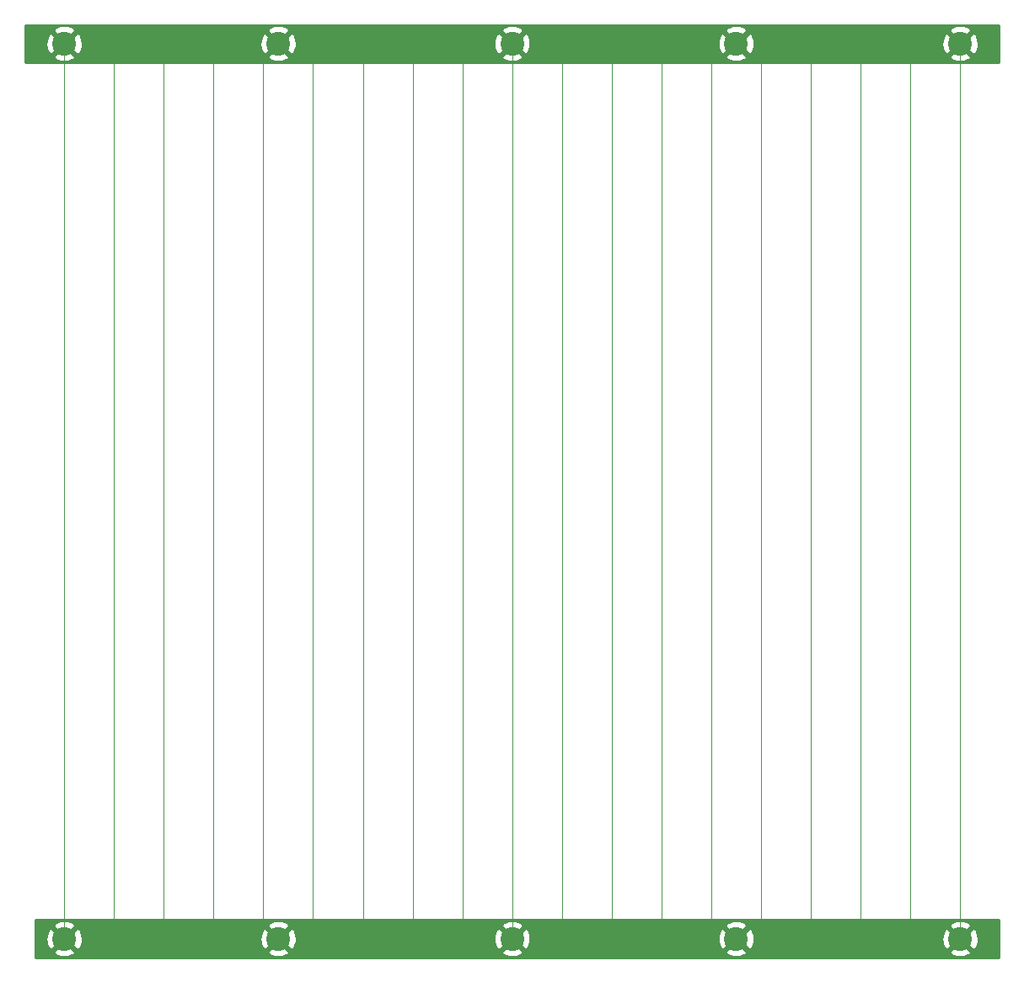
<source format=gbr>
G04 #@! TF.GenerationSoftware,KiCad,Pcbnew,5.1.5-1.fc30*
G04 #@! TF.CreationDate,2021-07-11T13:39:17+02:00*
G04 #@! TF.ProjectId,pcb-haloscope,7063622d-6861-46c6-9f73-636f70652e6b,rev?*
G04 #@! TF.SameCoordinates,Original*
G04 #@! TF.FileFunction,Copper,L1,Top*
G04 #@! TF.FilePolarity,Positive*
%FSLAX46Y46*%
G04 Gerber Fmt 4.6, Leading zero omitted, Abs format (unit mm)*
G04 Created by KiCad (PCBNEW 5.1.5-1.fc30) date 2021-07-11 13:39:17*
%MOMM*%
%LPD*%
G04 APERTURE LIST*
%ADD10C,2.400000*%
%ADD11C,0.100000*%
%ADD12C,0.254000*%
G04 APERTURE END LIST*
D10*
X55000000Y-50000000D03*
X76500000Y-50000000D03*
X100000000Y-50000000D03*
X122500000Y-50000000D03*
X145000000Y-50000000D03*
X55000000Y-140000000D03*
X76500000Y-140000000D03*
X100000000Y-140000000D03*
X122500000Y-140000000D03*
X145000000Y-140000000D03*
D11*
X60000000Y-140000000D02*
X60000000Y-50000000D01*
X65000000Y-50000000D02*
X65000000Y-140000000D01*
X70000000Y-140000000D02*
X70000000Y-50000000D01*
X80000000Y-140000000D02*
X80000000Y-51000000D01*
X85000000Y-50500000D02*
X85000000Y-140000000D01*
X90000000Y-139500000D02*
X90000000Y-50000000D01*
X95000000Y-50000000D02*
X95000000Y-140000000D01*
X105000000Y-50500000D02*
X105000000Y-139500000D01*
X110000000Y-140000000D02*
X110000000Y-50500000D01*
X115000000Y-50000000D02*
X115000000Y-139500000D01*
X120000000Y-140000000D02*
X120000000Y-50500000D01*
X125000000Y-50500000D02*
X125000000Y-140000000D01*
X130000000Y-140000000D02*
X130000000Y-50000000D01*
X135000000Y-50000000D02*
X135000000Y-140500000D01*
X140000000Y-140000000D02*
X140000000Y-50500000D01*
X55000000Y-50000000D02*
X55000000Y-140000000D01*
X76500000Y-50000000D02*
X75300001Y-51199999D01*
X75300001Y-51199999D02*
X75000000Y-51500000D01*
X75000000Y-51500000D02*
X75000000Y-53000000D01*
X75000000Y-53000000D02*
X75000000Y-63000000D01*
X75000000Y-63000000D02*
X75000000Y-108500000D01*
X75000000Y-108500000D02*
X75000000Y-135500000D01*
X75000000Y-135500000D02*
X75000000Y-138500000D01*
X100000000Y-140000000D02*
X100000000Y-50000000D01*
X145000000Y-135424278D02*
X145000000Y-140000000D01*
X145000000Y-50000000D02*
X145000000Y-135424278D01*
D12*
G36*
X148873000Y-51873000D02*
G01*
X51127000Y-51873000D01*
X51127000Y-51277980D01*
X53901626Y-51277980D01*
X54021514Y-51562836D01*
X54345210Y-51723699D01*
X54694069Y-51818322D01*
X55054684Y-51843067D01*
X55413198Y-51796985D01*
X55755833Y-51681846D01*
X55978486Y-51562836D01*
X56098374Y-51277980D01*
X75401626Y-51277980D01*
X75521514Y-51562836D01*
X75845210Y-51723699D01*
X76194069Y-51818322D01*
X76554684Y-51843067D01*
X76913198Y-51796985D01*
X77255833Y-51681846D01*
X77478486Y-51562836D01*
X77598374Y-51277980D01*
X98901626Y-51277980D01*
X99021514Y-51562836D01*
X99345210Y-51723699D01*
X99694069Y-51818322D01*
X100054684Y-51843067D01*
X100413198Y-51796985D01*
X100755833Y-51681846D01*
X100978486Y-51562836D01*
X101098374Y-51277980D01*
X121401626Y-51277980D01*
X121521514Y-51562836D01*
X121845210Y-51723699D01*
X122194069Y-51818322D01*
X122554684Y-51843067D01*
X122913198Y-51796985D01*
X123255833Y-51681846D01*
X123478486Y-51562836D01*
X123598374Y-51277980D01*
X143901626Y-51277980D01*
X144021514Y-51562836D01*
X144345210Y-51723699D01*
X144694069Y-51818322D01*
X145054684Y-51843067D01*
X145413198Y-51796985D01*
X145755833Y-51681846D01*
X145978486Y-51562836D01*
X146098374Y-51277980D01*
X145000000Y-50179605D01*
X143901626Y-51277980D01*
X123598374Y-51277980D01*
X122500000Y-50179605D01*
X121401626Y-51277980D01*
X101098374Y-51277980D01*
X100000000Y-50179605D01*
X98901626Y-51277980D01*
X77598374Y-51277980D01*
X76500000Y-50179605D01*
X75401626Y-51277980D01*
X56098374Y-51277980D01*
X55000000Y-50179605D01*
X53901626Y-51277980D01*
X51127000Y-51277980D01*
X51127000Y-50054684D01*
X53156933Y-50054684D01*
X53203015Y-50413198D01*
X53318154Y-50755833D01*
X53437164Y-50978486D01*
X53722020Y-51098374D01*
X54820395Y-50000000D01*
X55179605Y-50000000D01*
X56277980Y-51098374D01*
X56562836Y-50978486D01*
X56723699Y-50654790D01*
X56818322Y-50305931D01*
X56835562Y-50054684D01*
X74656933Y-50054684D01*
X74703015Y-50413198D01*
X74818154Y-50755833D01*
X74937164Y-50978486D01*
X75222020Y-51098374D01*
X76320395Y-50000000D01*
X76679605Y-50000000D01*
X77777980Y-51098374D01*
X78062836Y-50978486D01*
X78223699Y-50654790D01*
X78318322Y-50305931D01*
X78335562Y-50054684D01*
X98156933Y-50054684D01*
X98203015Y-50413198D01*
X98318154Y-50755833D01*
X98437164Y-50978486D01*
X98722020Y-51098374D01*
X99820395Y-50000000D01*
X100179605Y-50000000D01*
X101277980Y-51098374D01*
X101562836Y-50978486D01*
X101723699Y-50654790D01*
X101818322Y-50305931D01*
X101835562Y-50054684D01*
X120656933Y-50054684D01*
X120703015Y-50413198D01*
X120818154Y-50755833D01*
X120937164Y-50978486D01*
X121222020Y-51098374D01*
X122320395Y-50000000D01*
X122679605Y-50000000D01*
X123777980Y-51098374D01*
X124062836Y-50978486D01*
X124223699Y-50654790D01*
X124318322Y-50305931D01*
X124335562Y-50054684D01*
X143156933Y-50054684D01*
X143203015Y-50413198D01*
X143318154Y-50755833D01*
X143437164Y-50978486D01*
X143722020Y-51098374D01*
X144820395Y-50000000D01*
X145179605Y-50000000D01*
X146277980Y-51098374D01*
X146562836Y-50978486D01*
X146723699Y-50654790D01*
X146818322Y-50305931D01*
X146843067Y-49945316D01*
X146796985Y-49586802D01*
X146681846Y-49244167D01*
X146562836Y-49021514D01*
X146277980Y-48901626D01*
X145179605Y-50000000D01*
X144820395Y-50000000D01*
X143722020Y-48901626D01*
X143437164Y-49021514D01*
X143276301Y-49345210D01*
X143181678Y-49694069D01*
X143156933Y-50054684D01*
X124335562Y-50054684D01*
X124343067Y-49945316D01*
X124296985Y-49586802D01*
X124181846Y-49244167D01*
X124062836Y-49021514D01*
X123777980Y-48901626D01*
X122679605Y-50000000D01*
X122320395Y-50000000D01*
X121222020Y-48901626D01*
X120937164Y-49021514D01*
X120776301Y-49345210D01*
X120681678Y-49694069D01*
X120656933Y-50054684D01*
X101835562Y-50054684D01*
X101843067Y-49945316D01*
X101796985Y-49586802D01*
X101681846Y-49244167D01*
X101562836Y-49021514D01*
X101277980Y-48901626D01*
X100179605Y-50000000D01*
X99820395Y-50000000D01*
X98722020Y-48901626D01*
X98437164Y-49021514D01*
X98276301Y-49345210D01*
X98181678Y-49694069D01*
X98156933Y-50054684D01*
X78335562Y-50054684D01*
X78343067Y-49945316D01*
X78296985Y-49586802D01*
X78181846Y-49244167D01*
X78062836Y-49021514D01*
X77777980Y-48901626D01*
X76679605Y-50000000D01*
X76320395Y-50000000D01*
X75222020Y-48901626D01*
X74937164Y-49021514D01*
X74776301Y-49345210D01*
X74681678Y-49694069D01*
X74656933Y-50054684D01*
X56835562Y-50054684D01*
X56843067Y-49945316D01*
X56796985Y-49586802D01*
X56681846Y-49244167D01*
X56562836Y-49021514D01*
X56277980Y-48901626D01*
X55179605Y-50000000D01*
X54820395Y-50000000D01*
X53722020Y-48901626D01*
X53437164Y-49021514D01*
X53276301Y-49345210D01*
X53181678Y-49694069D01*
X53156933Y-50054684D01*
X51127000Y-50054684D01*
X51127000Y-48722020D01*
X53901626Y-48722020D01*
X55000000Y-49820395D01*
X56098374Y-48722020D01*
X75401626Y-48722020D01*
X76500000Y-49820395D01*
X77598374Y-48722020D01*
X98901626Y-48722020D01*
X100000000Y-49820395D01*
X101098374Y-48722020D01*
X121401626Y-48722020D01*
X122500000Y-49820395D01*
X123598374Y-48722020D01*
X143901626Y-48722020D01*
X145000000Y-49820395D01*
X146098374Y-48722020D01*
X145978486Y-48437164D01*
X145654790Y-48276301D01*
X145305931Y-48181678D01*
X144945316Y-48156933D01*
X144586802Y-48203015D01*
X144244167Y-48318154D01*
X144021514Y-48437164D01*
X143901626Y-48722020D01*
X123598374Y-48722020D01*
X123478486Y-48437164D01*
X123154790Y-48276301D01*
X122805931Y-48181678D01*
X122445316Y-48156933D01*
X122086802Y-48203015D01*
X121744167Y-48318154D01*
X121521514Y-48437164D01*
X121401626Y-48722020D01*
X101098374Y-48722020D01*
X100978486Y-48437164D01*
X100654790Y-48276301D01*
X100305931Y-48181678D01*
X99945316Y-48156933D01*
X99586802Y-48203015D01*
X99244167Y-48318154D01*
X99021514Y-48437164D01*
X98901626Y-48722020D01*
X77598374Y-48722020D01*
X77478486Y-48437164D01*
X77154790Y-48276301D01*
X76805931Y-48181678D01*
X76445316Y-48156933D01*
X76086802Y-48203015D01*
X75744167Y-48318154D01*
X75521514Y-48437164D01*
X75401626Y-48722020D01*
X56098374Y-48722020D01*
X55978486Y-48437164D01*
X55654790Y-48276301D01*
X55305931Y-48181678D01*
X54945316Y-48156933D01*
X54586802Y-48203015D01*
X54244167Y-48318154D01*
X54021514Y-48437164D01*
X53901626Y-48722020D01*
X51127000Y-48722020D01*
X51127000Y-48127000D01*
X148873000Y-48127000D01*
X148873000Y-51873000D01*
G37*
X148873000Y-51873000D02*
X51127000Y-51873000D01*
X51127000Y-51277980D01*
X53901626Y-51277980D01*
X54021514Y-51562836D01*
X54345210Y-51723699D01*
X54694069Y-51818322D01*
X55054684Y-51843067D01*
X55413198Y-51796985D01*
X55755833Y-51681846D01*
X55978486Y-51562836D01*
X56098374Y-51277980D01*
X75401626Y-51277980D01*
X75521514Y-51562836D01*
X75845210Y-51723699D01*
X76194069Y-51818322D01*
X76554684Y-51843067D01*
X76913198Y-51796985D01*
X77255833Y-51681846D01*
X77478486Y-51562836D01*
X77598374Y-51277980D01*
X98901626Y-51277980D01*
X99021514Y-51562836D01*
X99345210Y-51723699D01*
X99694069Y-51818322D01*
X100054684Y-51843067D01*
X100413198Y-51796985D01*
X100755833Y-51681846D01*
X100978486Y-51562836D01*
X101098374Y-51277980D01*
X121401626Y-51277980D01*
X121521514Y-51562836D01*
X121845210Y-51723699D01*
X122194069Y-51818322D01*
X122554684Y-51843067D01*
X122913198Y-51796985D01*
X123255833Y-51681846D01*
X123478486Y-51562836D01*
X123598374Y-51277980D01*
X143901626Y-51277980D01*
X144021514Y-51562836D01*
X144345210Y-51723699D01*
X144694069Y-51818322D01*
X145054684Y-51843067D01*
X145413198Y-51796985D01*
X145755833Y-51681846D01*
X145978486Y-51562836D01*
X146098374Y-51277980D01*
X145000000Y-50179605D01*
X143901626Y-51277980D01*
X123598374Y-51277980D01*
X122500000Y-50179605D01*
X121401626Y-51277980D01*
X101098374Y-51277980D01*
X100000000Y-50179605D01*
X98901626Y-51277980D01*
X77598374Y-51277980D01*
X76500000Y-50179605D01*
X75401626Y-51277980D01*
X56098374Y-51277980D01*
X55000000Y-50179605D01*
X53901626Y-51277980D01*
X51127000Y-51277980D01*
X51127000Y-50054684D01*
X53156933Y-50054684D01*
X53203015Y-50413198D01*
X53318154Y-50755833D01*
X53437164Y-50978486D01*
X53722020Y-51098374D01*
X54820395Y-50000000D01*
X55179605Y-50000000D01*
X56277980Y-51098374D01*
X56562836Y-50978486D01*
X56723699Y-50654790D01*
X56818322Y-50305931D01*
X56835562Y-50054684D01*
X74656933Y-50054684D01*
X74703015Y-50413198D01*
X74818154Y-50755833D01*
X74937164Y-50978486D01*
X75222020Y-51098374D01*
X76320395Y-50000000D01*
X76679605Y-50000000D01*
X77777980Y-51098374D01*
X78062836Y-50978486D01*
X78223699Y-50654790D01*
X78318322Y-50305931D01*
X78335562Y-50054684D01*
X98156933Y-50054684D01*
X98203015Y-50413198D01*
X98318154Y-50755833D01*
X98437164Y-50978486D01*
X98722020Y-51098374D01*
X99820395Y-50000000D01*
X100179605Y-50000000D01*
X101277980Y-51098374D01*
X101562836Y-50978486D01*
X101723699Y-50654790D01*
X101818322Y-50305931D01*
X101835562Y-50054684D01*
X120656933Y-50054684D01*
X120703015Y-50413198D01*
X120818154Y-50755833D01*
X120937164Y-50978486D01*
X121222020Y-51098374D01*
X122320395Y-50000000D01*
X122679605Y-50000000D01*
X123777980Y-51098374D01*
X124062836Y-50978486D01*
X124223699Y-50654790D01*
X124318322Y-50305931D01*
X124335562Y-50054684D01*
X143156933Y-50054684D01*
X143203015Y-50413198D01*
X143318154Y-50755833D01*
X143437164Y-50978486D01*
X143722020Y-51098374D01*
X144820395Y-50000000D01*
X145179605Y-50000000D01*
X146277980Y-51098374D01*
X146562836Y-50978486D01*
X146723699Y-50654790D01*
X146818322Y-50305931D01*
X146843067Y-49945316D01*
X146796985Y-49586802D01*
X146681846Y-49244167D01*
X146562836Y-49021514D01*
X146277980Y-48901626D01*
X145179605Y-50000000D01*
X144820395Y-50000000D01*
X143722020Y-48901626D01*
X143437164Y-49021514D01*
X143276301Y-49345210D01*
X143181678Y-49694069D01*
X143156933Y-50054684D01*
X124335562Y-50054684D01*
X124343067Y-49945316D01*
X124296985Y-49586802D01*
X124181846Y-49244167D01*
X124062836Y-49021514D01*
X123777980Y-48901626D01*
X122679605Y-50000000D01*
X122320395Y-50000000D01*
X121222020Y-48901626D01*
X120937164Y-49021514D01*
X120776301Y-49345210D01*
X120681678Y-49694069D01*
X120656933Y-50054684D01*
X101835562Y-50054684D01*
X101843067Y-49945316D01*
X101796985Y-49586802D01*
X101681846Y-49244167D01*
X101562836Y-49021514D01*
X101277980Y-48901626D01*
X100179605Y-50000000D01*
X99820395Y-50000000D01*
X98722020Y-48901626D01*
X98437164Y-49021514D01*
X98276301Y-49345210D01*
X98181678Y-49694069D01*
X98156933Y-50054684D01*
X78335562Y-50054684D01*
X78343067Y-49945316D01*
X78296985Y-49586802D01*
X78181846Y-49244167D01*
X78062836Y-49021514D01*
X77777980Y-48901626D01*
X76679605Y-50000000D01*
X76320395Y-50000000D01*
X75222020Y-48901626D01*
X74937164Y-49021514D01*
X74776301Y-49345210D01*
X74681678Y-49694069D01*
X74656933Y-50054684D01*
X56835562Y-50054684D01*
X56843067Y-49945316D01*
X56796985Y-49586802D01*
X56681846Y-49244167D01*
X56562836Y-49021514D01*
X56277980Y-48901626D01*
X55179605Y-50000000D01*
X54820395Y-50000000D01*
X53722020Y-48901626D01*
X53437164Y-49021514D01*
X53276301Y-49345210D01*
X53181678Y-49694069D01*
X53156933Y-50054684D01*
X51127000Y-50054684D01*
X51127000Y-48722020D01*
X53901626Y-48722020D01*
X55000000Y-49820395D01*
X56098374Y-48722020D01*
X75401626Y-48722020D01*
X76500000Y-49820395D01*
X77598374Y-48722020D01*
X98901626Y-48722020D01*
X100000000Y-49820395D01*
X101098374Y-48722020D01*
X121401626Y-48722020D01*
X122500000Y-49820395D01*
X123598374Y-48722020D01*
X143901626Y-48722020D01*
X145000000Y-49820395D01*
X146098374Y-48722020D01*
X145978486Y-48437164D01*
X145654790Y-48276301D01*
X145305931Y-48181678D01*
X144945316Y-48156933D01*
X144586802Y-48203015D01*
X144244167Y-48318154D01*
X144021514Y-48437164D01*
X143901626Y-48722020D01*
X123598374Y-48722020D01*
X123478486Y-48437164D01*
X123154790Y-48276301D01*
X122805931Y-48181678D01*
X122445316Y-48156933D01*
X122086802Y-48203015D01*
X121744167Y-48318154D01*
X121521514Y-48437164D01*
X121401626Y-48722020D01*
X101098374Y-48722020D01*
X100978486Y-48437164D01*
X100654790Y-48276301D01*
X100305931Y-48181678D01*
X99945316Y-48156933D01*
X99586802Y-48203015D01*
X99244167Y-48318154D01*
X99021514Y-48437164D01*
X98901626Y-48722020D01*
X77598374Y-48722020D01*
X77478486Y-48437164D01*
X77154790Y-48276301D01*
X76805931Y-48181678D01*
X76445316Y-48156933D01*
X76086802Y-48203015D01*
X75744167Y-48318154D01*
X75521514Y-48437164D01*
X75401626Y-48722020D01*
X56098374Y-48722020D01*
X55978486Y-48437164D01*
X55654790Y-48276301D01*
X55305931Y-48181678D01*
X54945316Y-48156933D01*
X54586802Y-48203015D01*
X54244167Y-48318154D01*
X54021514Y-48437164D01*
X53901626Y-48722020D01*
X51127000Y-48722020D01*
X51127000Y-48127000D01*
X148873000Y-48127000D01*
X148873000Y-51873000D01*
G36*
X148873000Y-141873000D02*
G01*
X52127000Y-141873000D01*
X52127000Y-141277980D01*
X53901626Y-141277980D01*
X54021514Y-141562836D01*
X54345210Y-141723699D01*
X54694069Y-141818322D01*
X55054684Y-141843067D01*
X55413198Y-141796985D01*
X55755833Y-141681846D01*
X55978486Y-141562836D01*
X56098374Y-141277980D01*
X75401626Y-141277980D01*
X75521514Y-141562836D01*
X75845210Y-141723699D01*
X76194069Y-141818322D01*
X76554684Y-141843067D01*
X76913198Y-141796985D01*
X77255833Y-141681846D01*
X77478486Y-141562836D01*
X77598374Y-141277980D01*
X98901626Y-141277980D01*
X99021514Y-141562836D01*
X99345210Y-141723699D01*
X99694069Y-141818322D01*
X100054684Y-141843067D01*
X100413198Y-141796985D01*
X100755833Y-141681846D01*
X100978486Y-141562836D01*
X101098374Y-141277980D01*
X121401626Y-141277980D01*
X121521514Y-141562836D01*
X121845210Y-141723699D01*
X122194069Y-141818322D01*
X122554684Y-141843067D01*
X122913198Y-141796985D01*
X123255833Y-141681846D01*
X123478486Y-141562836D01*
X123598374Y-141277980D01*
X143901626Y-141277980D01*
X144021514Y-141562836D01*
X144345210Y-141723699D01*
X144694069Y-141818322D01*
X145054684Y-141843067D01*
X145413198Y-141796985D01*
X145755833Y-141681846D01*
X145978486Y-141562836D01*
X146098374Y-141277980D01*
X145000000Y-140179605D01*
X143901626Y-141277980D01*
X123598374Y-141277980D01*
X122500000Y-140179605D01*
X121401626Y-141277980D01*
X101098374Y-141277980D01*
X100000000Y-140179605D01*
X98901626Y-141277980D01*
X77598374Y-141277980D01*
X76500000Y-140179605D01*
X75401626Y-141277980D01*
X56098374Y-141277980D01*
X55000000Y-140179605D01*
X53901626Y-141277980D01*
X52127000Y-141277980D01*
X52127000Y-140054684D01*
X53156933Y-140054684D01*
X53203015Y-140413198D01*
X53318154Y-140755833D01*
X53437164Y-140978486D01*
X53722020Y-141098374D01*
X54820395Y-140000000D01*
X55179605Y-140000000D01*
X56277980Y-141098374D01*
X56562836Y-140978486D01*
X56723699Y-140654790D01*
X56818322Y-140305931D01*
X56835562Y-140054684D01*
X74656933Y-140054684D01*
X74703015Y-140413198D01*
X74818154Y-140755833D01*
X74937164Y-140978486D01*
X75222020Y-141098374D01*
X76320395Y-140000000D01*
X76679605Y-140000000D01*
X77777980Y-141098374D01*
X78062836Y-140978486D01*
X78223699Y-140654790D01*
X78318322Y-140305931D01*
X78335562Y-140054684D01*
X98156933Y-140054684D01*
X98203015Y-140413198D01*
X98318154Y-140755833D01*
X98437164Y-140978486D01*
X98722020Y-141098374D01*
X99820395Y-140000000D01*
X100179605Y-140000000D01*
X101277980Y-141098374D01*
X101562836Y-140978486D01*
X101723699Y-140654790D01*
X101818322Y-140305931D01*
X101835562Y-140054684D01*
X120656933Y-140054684D01*
X120703015Y-140413198D01*
X120818154Y-140755833D01*
X120937164Y-140978486D01*
X121222020Y-141098374D01*
X122320395Y-140000000D01*
X122679605Y-140000000D01*
X123777980Y-141098374D01*
X124062836Y-140978486D01*
X124223699Y-140654790D01*
X124318322Y-140305931D01*
X124335562Y-140054684D01*
X143156933Y-140054684D01*
X143203015Y-140413198D01*
X143318154Y-140755833D01*
X143437164Y-140978486D01*
X143722020Y-141098374D01*
X144820395Y-140000000D01*
X145179605Y-140000000D01*
X146277980Y-141098374D01*
X146562836Y-140978486D01*
X146723699Y-140654790D01*
X146818322Y-140305931D01*
X146843067Y-139945316D01*
X146796985Y-139586802D01*
X146681846Y-139244167D01*
X146562836Y-139021514D01*
X146277980Y-138901626D01*
X145179605Y-140000000D01*
X144820395Y-140000000D01*
X143722020Y-138901626D01*
X143437164Y-139021514D01*
X143276301Y-139345210D01*
X143181678Y-139694069D01*
X143156933Y-140054684D01*
X124335562Y-140054684D01*
X124343067Y-139945316D01*
X124296985Y-139586802D01*
X124181846Y-139244167D01*
X124062836Y-139021514D01*
X123777980Y-138901626D01*
X122679605Y-140000000D01*
X122320395Y-140000000D01*
X121222020Y-138901626D01*
X120937164Y-139021514D01*
X120776301Y-139345210D01*
X120681678Y-139694069D01*
X120656933Y-140054684D01*
X101835562Y-140054684D01*
X101843067Y-139945316D01*
X101796985Y-139586802D01*
X101681846Y-139244167D01*
X101562836Y-139021514D01*
X101277980Y-138901626D01*
X100179605Y-140000000D01*
X99820395Y-140000000D01*
X98722020Y-138901626D01*
X98437164Y-139021514D01*
X98276301Y-139345210D01*
X98181678Y-139694069D01*
X98156933Y-140054684D01*
X78335562Y-140054684D01*
X78343067Y-139945316D01*
X78296985Y-139586802D01*
X78181846Y-139244167D01*
X78062836Y-139021514D01*
X77777980Y-138901626D01*
X76679605Y-140000000D01*
X76320395Y-140000000D01*
X75222020Y-138901626D01*
X74937164Y-139021514D01*
X74776301Y-139345210D01*
X74681678Y-139694069D01*
X74656933Y-140054684D01*
X56835562Y-140054684D01*
X56843067Y-139945316D01*
X56796985Y-139586802D01*
X56681846Y-139244167D01*
X56562836Y-139021514D01*
X56277980Y-138901626D01*
X55179605Y-140000000D01*
X54820395Y-140000000D01*
X53722020Y-138901626D01*
X53437164Y-139021514D01*
X53276301Y-139345210D01*
X53181678Y-139694069D01*
X53156933Y-140054684D01*
X52127000Y-140054684D01*
X52127000Y-138722020D01*
X53901626Y-138722020D01*
X55000000Y-139820395D01*
X56098374Y-138722020D01*
X75401626Y-138722020D01*
X76500000Y-139820395D01*
X77598374Y-138722020D01*
X98901626Y-138722020D01*
X100000000Y-139820395D01*
X101098374Y-138722020D01*
X121401626Y-138722020D01*
X122500000Y-139820395D01*
X123598374Y-138722020D01*
X143901626Y-138722020D01*
X145000000Y-139820395D01*
X146098374Y-138722020D01*
X145978486Y-138437164D01*
X145654790Y-138276301D01*
X145305931Y-138181678D01*
X144945316Y-138156933D01*
X144586802Y-138203015D01*
X144244167Y-138318154D01*
X144021514Y-138437164D01*
X143901626Y-138722020D01*
X123598374Y-138722020D01*
X123478486Y-138437164D01*
X123154790Y-138276301D01*
X122805931Y-138181678D01*
X122445316Y-138156933D01*
X122086802Y-138203015D01*
X121744167Y-138318154D01*
X121521514Y-138437164D01*
X121401626Y-138722020D01*
X101098374Y-138722020D01*
X100978486Y-138437164D01*
X100654790Y-138276301D01*
X100305931Y-138181678D01*
X99945316Y-138156933D01*
X99586802Y-138203015D01*
X99244167Y-138318154D01*
X99021514Y-138437164D01*
X98901626Y-138722020D01*
X77598374Y-138722020D01*
X77478486Y-138437164D01*
X77154790Y-138276301D01*
X76805931Y-138181678D01*
X76445316Y-138156933D01*
X76086802Y-138203015D01*
X75744167Y-138318154D01*
X75521514Y-138437164D01*
X75401626Y-138722020D01*
X56098374Y-138722020D01*
X55978486Y-138437164D01*
X55654790Y-138276301D01*
X55305931Y-138181678D01*
X54945316Y-138156933D01*
X54586802Y-138203015D01*
X54244167Y-138318154D01*
X54021514Y-138437164D01*
X53901626Y-138722020D01*
X52127000Y-138722020D01*
X52127000Y-138127000D01*
X148873000Y-138127000D01*
X148873000Y-141873000D01*
G37*
X148873000Y-141873000D02*
X52127000Y-141873000D01*
X52127000Y-141277980D01*
X53901626Y-141277980D01*
X54021514Y-141562836D01*
X54345210Y-141723699D01*
X54694069Y-141818322D01*
X55054684Y-141843067D01*
X55413198Y-141796985D01*
X55755833Y-141681846D01*
X55978486Y-141562836D01*
X56098374Y-141277980D01*
X75401626Y-141277980D01*
X75521514Y-141562836D01*
X75845210Y-141723699D01*
X76194069Y-141818322D01*
X76554684Y-141843067D01*
X76913198Y-141796985D01*
X77255833Y-141681846D01*
X77478486Y-141562836D01*
X77598374Y-141277980D01*
X98901626Y-141277980D01*
X99021514Y-141562836D01*
X99345210Y-141723699D01*
X99694069Y-141818322D01*
X100054684Y-141843067D01*
X100413198Y-141796985D01*
X100755833Y-141681846D01*
X100978486Y-141562836D01*
X101098374Y-141277980D01*
X121401626Y-141277980D01*
X121521514Y-141562836D01*
X121845210Y-141723699D01*
X122194069Y-141818322D01*
X122554684Y-141843067D01*
X122913198Y-141796985D01*
X123255833Y-141681846D01*
X123478486Y-141562836D01*
X123598374Y-141277980D01*
X143901626Y-141277980D01*
X144021514Y-141562836D01*
X144345210Y-141723699D01*
X144694069Y-141818322D01*
X145054684Y-141843067D01*
X145413198Y-141796985D01*
X145755833Y-141681846D01*
X145978486Y-141562836D01*
X146098374Y-141277980D01*
X145000000Y-140179605D01*
X143901626Y-141277980D01*
X123598374Y-141277980D01*
X122500000Y-140179605D01*
X121401626Y-141277980D01*
X101098374Y-141277980D01*
X100000000Y-140179605D01*
X98901626Y-141277980D01*
X77598374Y-141277980D01*
X76500000Y-140179605D01*
X75401626Y-141277980D01*
X56098374Y-141277980D01*
X55000000Y-140179605D01*
X53901626Y-141277980D01*
X52127000Y-141277980D01*
X52127000Y-140054684D01*
X53156933Y-140054684D01*
X53203015Y-140413198D01*
X53318154Y-140755833D01*
X53437164Y-140978486D01*
X53722020Y-141098374D01*
X54820395Y-140000000D01*
X55179605Y-140000000D01*
X56277980Y-141098374D01*
X56562836Y-140978486D01*
X56723699Y-140654790D01*
X56818322Y-140305931D01*
X56835562Y-140054684D01*
X74656933Y-140054684D01*
X74703015Y-140413198D01*
X74818154Y-140755833D01*
X74937164Y-140978486D01*
X75222020Y-141098374D01*
X76320395Y-140000000D01*
X76679605Y-140000000D01*
X77777980Y-141098374D01*
X78062836Y-140978486D01*
X78223699Y-140654790D01*
X78318322Y-140305931D01*
X78335562Y-140054684D01*
X98156933Y-140054684D01*
X98203015Y-140413198D01*
X98318154Y-140755833D01*
X98437164Y-140978486D01*
X98722020Y-141098374D01*
X99820395Y-140000000D01*
X100179605Y-140000000D01*
X101277980Y-141098374D01*
X101562836Y-140978486D01*
X101723699Y-140654790D01*
X101818322Y-140305931D01*
X101835562Y-140054684D01*
X120656933Y-140054684D01*
X120703015Y-140413198D01*
X120818154Y-140755833D01*
X120937164Y-140978486D01*
X121222020Y-141098374D01*
X122320395Y-140000000D01*
X122679605Y-140000000D01*
X123777980Y-141098374D01*
X124062836Y-140978486D01*
X124223699Y-140654790D01*
X124318322Y-140305931D01*
X124335562Y-140054684D01*
X143156933Y-140054684D01*
X143203015Y-140413198D01*
X143318154Y-140755833D01*
X143437164Y-140978486D01*
X143722020Y-141098374D01*
X144820395Y-140000000D01*
X145179605Y-140000000D01*
X146277980Y-141098374D01*
X146562836Y-140978486D01*
X146723699Y-140654790D01*
X146818322Y-140305931D01*
X146843067Y-139945316D01*
X146796985Y-139586802D01*
X146681846Y-139244167D01*
X146562836Y-139021514D01*
X146277980Y-138901626D01*
X145179605Y-140000000D01*
X144820395Y-140000000D01*
X143722020Y-138901626D01*
X143437164Y-139021514D01*
X143276301Y-139345210D01*
X143181678Y-139694069D01*
X143156933Y-140054684D01*
X124335562Y-140054684D01*
X124343067Y-139945316D01*
X124296985Y-139586802D01*
X124181846Y-139244167D01*
X124062836Y-139021514D01*
X123777980Y-138901626D01*
X122679605Y-140000000D01*
X122320395Y-140000000D01*
X121222020Y-138901626D01*
X120937164Y-139021514D01*
X120776301Y-139345210D01*
X120681678Y-139694069D01*
X120656933Y-140054684D01*
X101835562Y-140054684D01*
X101843067Y-139945316D01*
X101796985Y-139586802D01*
X101681846Y-139244167D01*
X101562836Y-139021514D01*
X101277980Y-138901626D01*
X100179605Y-140000000D01*
X99820395Y-140000000D01*
X98722020Y-138901626D01*
X98437164Y-139021514D01*
X98276301Y-139345210D01*
X98181678Y-139694069D01*
X98156933Y-140054684D01*
X78335562Y-140054684D01*
X78343067Y-139945316D01*
X78296985Y-139586802D01*
X78181846Y-139244167D01*
X78062836Y-139021514D01*
X77777980Y-138901626D01*
X76679605Y-140000000D01*
X76320395Y-140000000D01*
X75222020Y-138901626D01*
X74937164Y-139021514D01*
X74776301Y-139345210D01*
X74681678Y-139694069D01*
X74656933Y-140054684D01*
X56835562Y-140054684D01*
X56843067Y-139945316D01*
X56796985Y-139586802D01*
X56681846Y-139244167D01*
X56562836Y-139021514D01*
X56277980Y-138901626D01*
X55179605Y-140000000D01*
X54820395Y-140000000D01*
X53722020Y-138901626D01*
X53437164Y-139021514D01*
X53276301Y-139345210D01*
X53181678Y-139694069D01*
X53156933Y-140054684D01*
X52127000Y-140054684D01*
X52127000Y-138722020D01*
X53901626Y-138722020D01*
X55000000Y-139820395D01*
X56098374Y-138722020D01*
X75401626Y-138722020D01*
X76500000Y-139820395D01*
X77598374Y-138722020D01*
X98901626Y-138722020D01*
X100000000Y-139820395D01*
X101098374Y-138722020D01*
X121401626Y-138722020D01*
X122500000Y-139820395D01*
X123598374Y-138722020D01*
X143901626Y-138722020D01*
X145000000Y-139820395D01*
X146098374Y-138722020D01*
X145978486Y-138437164D01*
X145654790Y-138276301D01*
X145305931Y-138181678D01*
X144945316Y-138156933D01*
X144586802Y-138203015D01*
X144244167Y-138318154D01*
X144021514Y-138437164D01*
X143901626Y-138722020D01*
X123598374Y-138722020D01*
X123478486Y-138437164D01*
X123154790Y-138276301D01*
X122805931Y-138181678D01*
X122445316Y-138156933D01*
X122086802Y-138203015D01*
X121744167Y-138318154D01*
X121521514Y-138437164D01*
X121401626Y-138722020D01*
X101098374Y-138722020D01*
X100978486Y-138437164D01*
X100654790Y-138276301D01*
X100305931Y-138181678D01*
X99945316Y-138156933D01*
X99586802Y-138203015D01*
X99244167Y-138318154D01*
X99021514Y-138437164D01*
X98901626Y-138722020D01*
X77598374Y-138722020D01*
X77478486Y-138437164D01*
X77154790Y-138276301D01*
X76805931Y-138181678D01*
X76445316Y-138156933D01*
X76086802Y-138203015D01*
X75744167Y-138318154D01*
X75521514Y-138437164D01*
X75401626Y-138722020D01*
X56098374Y-138722020D01*
X55978486Y-138437164D01*
X55654790Y-138276301D01*
X55305931Y-138181678D01*
X54945316Y-138156933D01*
X54586802Y-138203015D01*
X54244167Y-138318154D01*
X54021514Y-138437164D01*
X53901626Y-138722020D01*
X52127000Y-138722020D01*
X52127000Y-138127000D01*
X148873000Y-138127000D01*
X148873000Y-141873000D01*
M02*

</source>
